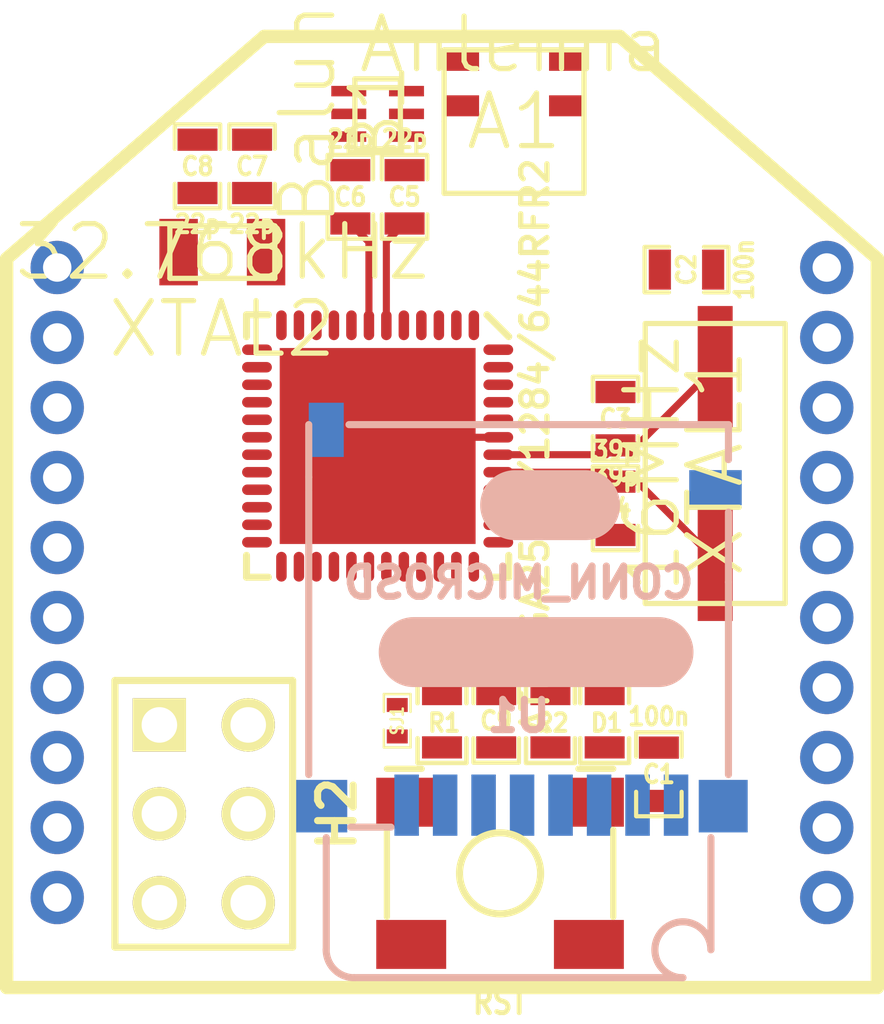
<source format=kicad_pcb>
(kicad_pcb (version 3) (host pcbnew "(2013-mar-13)-testing")

  (general
    (links 78)
    (no_connects 71)
    (area 134.5818 102.555134 161.479701 139.856708)
    (thickness 1.6)
    (drawings 0)
    (tracks 14)
    (zones 0)
    (modules 22)
    (nets 52)
  )

  (page A4)
  (layers
    (15 F.Cu signal)
    (0 B.Cu signal)
    (16 B.Adhes user)
    (17 F.Adhes user)
    (18 B.Paste user)
    (19 F.Paste user)
    (20 B.SilkS user hide)
    (21 F.SilkS user)
    (22 B.Mask user)
    (23 F.Mask user)
    (24 Dwgs.User user)
    (25 Cmts.User user)
    (26 Eco1.User user)
    (27 Eco2.User user)
    (28 Edge.Cuts user)
  )

  (setup
    (last_trace_width 0.2032)
    (trace_clearance 0.2032)
    (zone_clearance 0.508)
    (zone_45_only yes)
    (trace_min 0.2032)
    (segment_width 0.2)
    (edge_width 0.15)
    (via_size 0.889)
    (via_drill 0.635)
    (via_min_size 0.889)
    (via_min_drill 0.508)
    (uvia_size 0.508)
    (uvia_drill 0.127)
    (uvias_allowed no)
    (uvia_min_size 0.508)
    (uvia_min_drill 0.127)
    (pcb_text_width 0.3)
    (pcb_text_size 1.5 1.5)
    (mod_edge_width 0.15)
    (mod_text_size 1.5 1.5)
    (mod_text_width 0.15)
    (pad_size 1.524 1.524)
    (pad_drill 0.8128)
    (pad_to_mask_clearance 0.2)
    (aux_axis_origin 0 0)
    (visible_elements FFFFEF5F)
    (pcbplotparams
      (layerselection 3178497)
      (usegerberextensions true)
      (excludeedgelayer true)
      (linewidth 0.100000)
      (plotframeref false)
      (viasonmask false)
      (mode 1)
      (useauxorigin false)
      (hpglpennumber 1)
      (hpglpenspeed 20)
      (hpglpendiameter 15)
      (hpglpenoverlay 2)
      (psnegative false)
      (psa4output false)
      (plotreference true)
      (plotvalue true)
      (plotothertext true)
      (plotinvisibletext false)
      (padsonsilk false)
      (subtractmaskfromsilk false)
      (outputformat 1)
      (mirror false)
      (drillshape 1)
      (scaleselection 1)
      (outputdirectory ""))
  )

  (net 0 "")
  (net 1 +3.3V)
  (net 2 GND)
  (net 3 MISO)
  (net 4 MOSI)
  (net 5 N-000001)
  (net 6 N-0000012)
  (net 7 N-0000016)
  (net 8 N-0000017)
  (net 9 N-0000018)
  (net 10 N-0000019)
  (net 11 N-0000024)
  (net 12 N-0000025)
  (net 13 N-0000027)
  (net 14 N-0000028)
  (net 15 N-0000032)
  (net 16 N-0000035)
  (net 17 N-0000036)
  (net 18 N-0000037)
  (net 19 N-0000038)
  (net 20 N-0000039)
  (net 21 N-000004)
  (net 22 N-0000040)
  (net 23 N-0000041)
  (net 24 N-0000042)
  (net 25 N-0000043)
  (net 26 N-0000044)
  (net 27 N-0000049)
  (net 28 N-000005)
  (net 29 N-0000050)
  (net 30 N-0000052)
  (net 31 NC)
  (net 32 PB4)
  (net 33 PB5)
  (net 34 PB6)
  (net 35 PE2)
  (net 36 PE3)
  (net 37 PE4)
  (net 38 PE5)
  (net 39 PF0)
  (net 40 PF1)
  (net 41 PF2)
  (net 42 PF3-4)
  (net 43 PF5)
  (net 44 PF6)
  (net 45 PF7)
  (net 46 RX)
  (net 47 Reset)
  (net 48 SCK)
  (net 49 SCL)
  (net 50 SDA)
  (net 51 TX)

  (net_class Default "This is the default net class."
    (clearance 0.2032)
    (trace_width 0.2032)
    (via_dia 0.889)
    (via_drill 0.635)
    (uvia_dia 0.508)
    (uvia_drill 0.127)
    (add_net "")
    (add_net +3.3V)
    (add_net GND)
    (add_net MISO)
    (add_net MOSI)
    (add_net N-000001)
    (add_net N-0000012)
    (add_net N-0000016)
    (add_net N-0000017)
    (add_net N-0000018)
    (add_net N-0000019)
    (add_net N-0000024)
    (add_net N-0000025)
    (add_net N-0000027)
    (add_net N-0000028)
    (add_net N-0000032)
    (add_net N-0000035)
    (add_net N-0000036)
    (add_net N-0000037)
    (add_net N-0000038)
    (add_net N-0000039)
    (add_net N-000004)
    (add_net N-0000040)
    (add_net N-0000041)
    (add_net N-0000042)
    (add_net N-0000043)
    (add_net N-0000044)
    (add_net N-0000049)
    (add_net N-000005)
    (add_net N-0000050)
    (add_net N-0000052)
    (add_net NC)
    (add_net PB4)
    (add_net PB5)
    (add_net PB6)
    (add_net PE2)
    (add_net PE3)
    (add_net PE4)
    (add_net PE5)
    (add_net PF0)
    (add_net PF1)
    (add_net PF2)
    (add_net PF3-4)
    (add_net PF5)
    (add_net PF6)
    (add_net PF7)
    (add_net RX)
    (add_net Reset)
    (add_net SCK)
    (add_net SCL)
    (add_net SDA)
    (add_net TX)
  )

  (module 2450AT18D0100 (layer F.Cu) (tedit 51BF0027) (tstamp 51CA46D6)
    (at 150.7 107.22)
    (path /51BF012F)
    (fp_text reference A1 (at 0 0) (layer F.SilkS)
      (effects (font (size 1.5 1.5) (thickness 0.15)))
    )
    (fp_text value Antenna (at 0 -2.2) (layer F.SilkS)
      (effects (font (size 1.5 1.5) (thickness 0.15)))
    )
    (fp_line (start -2 0) (end -2 -2.05) (layer F.SilkS) (width 0.15))
    (fp_line (start -2 -2.05) (end 2 -2.05) (layer F.SilkS) (width 0.15))
    (fp_line (start 2 -2.05) (end 2 2.05) (layer F.SilkS) (width 0.15))
    (fp_line (start 2 2.05) (end -2 2.05) (layer F.SilkS) (width 0.15))
    (fp_line (start -2 2.05) (end -2 0) (layer F.SilkS) (width 0.15))
    (pad 1 smd rect (at -1.5 -0.45) (size 1 0.6)
      (layers F.Cu F.Paste F.Mask)
      (net 10 N-0000019)
    )
    (pad 2 smd rect (at 1.5 -0.45) (size 1 0.6)
      (layers F.Cu F.Paste F.Mask)
      (net 2 GND)
    )
    (pad 2 smd rect (at 1.5 -1.75) (size 1 0.6)
      (layers F.Cu F.Paste F.Mask)
      (net 2 GND)
    )
    (pad 2 smd rect (at -1.5 -1.75) (size 1 0.6)
      (layers F.Cu F.Paste F.Mask)
      (net 2 GND)
    )
  )

  (module "Wuerth 748421245" (layer F.Cu) (tedit 51BEB766) (tstamp 51CBAD5D)
    (at 146.8 107 90)
    (path /51BB20BE)
    (fp_text reference B1 (at 0 0 90) (layer F.SilkS)
      (effects (font (size 1.5 1.5) (thickness 0.15)))
    )
    (fp_text value Balun (at 0 -2 90) (layer F.SilkS)
      (effects (font (size 1.5 1.5) (thickness 0.15)))
    )
    (fp_line (start -1 -0.65) (end 1 -0.65) (layer F.SilkS) (width 0.15))
    (fp_line (start 1 -0.65) (end 1 0.65) (layer F.SilkS) (width 0.15))
    (fp_line (start 1 0.65) (end -1 0.65) (layer F.SilkS) (width 0.15))
    (fp_line (start -1 0.65) (end -1 -0.65) (layer F.SilkS) (width 0.15))
    (pad 1 smd rect (at 0.65 -0.825 90) (size 0.3 1)
      (layers F.Cu F.Paste F.Mask)
      (net 10 N-0000019)
    )
    (pad 2 smd rect (at 0 -0.825 90) (size 0.3 1)
      (layers F.Cu F.Paste F.Mask)
      (net 2 GND)
    )
    (pad 3 smd rect (at -0.65 -0.825 90) (size 0.3 1)
      (layers F.Cu F.Paste F.Mask)
      (net 8 N-0000017)
    )
    (pad 4 smd rect (at -0.65 0.825 90) (size 0.3 1)
      (layers F.Cu F.Paste F.Mask)
      (net 9 N-0000018)
    )
    (pad 5 smd rect (at 0 0.825 90) (size 0.3 1)
      (layers F.Cu F.Paste F.Mask)
      (net 2 GND)
    )
    (pad 6 smd rect (at 0.65 0.825 90) (size 0.3 1)
      (layers F.Cu F.Paste F.Mask)
      (net 21 N-000004)
    )
  )

  (module SM0603_Capa (layer F.Cu) (tedit 5051B1EC) (tstamp 51CA46F0)
    (at 154.84 125.87 270)
    (path /51BB02F2)
    (attr smd)
    (fp_text reference C1 (at 0 0 360) (layer F.SilkS)
      (effects (font (size 0.508 0.4572) (thickness 0.1143)))
    )
    (fp_text value 100n (at -1.651 0 360) (layer F.SilkS)
      (effects (font (size 0.508 0.4572) (thickness 0.1143)))
    )
    (fp_line (start 0.50038 0.65024) (end 1.19888 0.65024) (layer F.SilkS) (width 0.11938))
    (fp_line (start -0.50038 0.65024) (end -1.19888 0.65024) (layer F.SilkS) (width 0.11938))
    (fp_line (start 0.50038 -0.65024) (end 1.19888 -0.65024) (layer F.SilkS) (width 0.11938))
    (fp_line (start -1.19888 -0.65024) (end -0.50038 -0.65024) (layer F.SilkS) (width 0.11938))
    (fp_line (start 1.19888 -0.635) (end 1.19888 0.635) (layer F.SilkS) (width 0.11938))
    (fp_line (start -1.19888 0.635) (end -1.19888 -0.635) (layer F.SilkS) (width 0.11938))
    (pad 1 smd rect (at -0.762 0 270) (size 0.635 1.143)
      (layers F.Cu F.Paste F.Mask)
      (net 2 GND)
    )
    (pad 2 smd rect (at 0.762 0 270) (size 0.635 1.143)
      (layers F.Cu F.Paste F.Mask)
      (net 26 N-0000044)
    )
    (model smd\capacitors\C0603.wrl
      (at (xyz 0 0 0.001))
      (scale (xyz 0.5 0.5 0.5))
      (rotate (xyz 0 0 0))
    )
  )

  (module SM0603_Capa (layer F.Cu) (tedit 5051B1EC) (tstamp 51CA46FC)
    (at 155.63 111.45 180)
    (path /51BB0317)
    (attr smd)
    (fp_text reference C2 (at 0 0 270) (layer F.SilkS)
      (effects (font (size 0.508 0.4572) (thickness 0.1143)))
    )
    (fp_text value 100n (at -1.651 0 270) (layer F.SilkS)
      (effects (font (size 0.508 0.4572) (thickness 0.1143)))
    )
    (fp_line (start 0.50038 0.65024) (end 1.19888 0.65024) (layer F.SilkS) (width 0.11938))
    (fp_line (start -0.50038 0.65024) (end -1.19888 0.65024) (layer F.SilkS) (width 0.11938))
    (fp_line (start 0.50038 -0.65024) (end 1.19888 -0.65024) (layer F.SilkS) (width 0.11938))
    (fp_line (start -1.19888 -0.65024) (end -0.50038 -0.65024) (layer F.SilkS) (width 0.11938))
    (fp_line (start 1.19888 -0.635) (end 1.19888 0.635) (layer F.SilkS) (width 0.11938))
    (fp_line (start -1.19888 0.635) (end -1.19888 -0.635) (layer F.SilkS) (width 0.11938))
    (pad 1 smd rect (at -0.762 0 180) (size 0.635 1.143)
      (layers F.Cu F.Paste F.Mask)
      (net 2 GND)
    )
    (pad 2 smd rect (at 0.762 0 180) (size 0.635 1.143)
      (layers F.Cu F.Paste F.Mask)
      (net 24 N-0000042)
    )
    (model smd\capacitors\C0603.wrl
      (at (xyz 0 0 0.001))
      (scale (xyz 0.5 0.5 0.5))
      (rotate (xyz 0 0 0))
    )
  )

  (module SM0603_Capa (layer F.Cu) (tedit 5051B1EC) (tstamp 51CA4946)
    (at 150.19 124.34 270)
    (path /51C2F773)
    (attr smd)
    (fp_text reference C9 (at 0 0 360) (layer F.SilkS)
      (effects (font (size 0.508 0.4572) (thickness 0.1143)))
    )
    (fp_text value 100n (at -1.651 0 360) (layer F.SilkS)
      (effects (font (size 0.508 0.4572) (thickness 0.1143)))
    )
    (fp_line (start 0.50038 0.65024) (end 1.19888 0.65024) (layer F.SilkS) (width 0.11938))
    (fp_line (start -0.50038 0.65024) (end -1.19888 0.65024) (layer F.SilkS) (width 0.11938))
    (fp_line (start 0.50038 -0.65024) (end 1.19888 -0.65024) (layer F.SilkS) (width 0.11938))
    (fp_line (start -1.19888 -0.65024) (end -0.50038 -0.65024) (layer F.SilkS) (width 0.11938))
    (fp_line (start 1.19888 -0.635) (end 1.19888 0.635) (layer F.SilkS) (width 0.11938))
    (fp_line (start -1.19888 0.635) (end -1.19888 -0.635) (layer F.SilkS) (width 0.11938))
    (pad 1 smd rect (at -0.762 0 270) (size 0.635 1.143)
      (layers F.Cu F.Paste F.Mask)
      (net 1 +3.3V)
    )
    (pad 2 smd rect (at 0.762 0 270) (size 0.635 1.143)
      (layers F.Cu F.Paste F.Mask)
      (net 2 GND)
    )
    (model smd\capacitors\C0603.wrl
      (at (xyz 0 0 0.001))
      (scale (xyz 0.5 0.5 0.5))
      (rotate (xyz 0 0 0))
    )
  )

  (module SM0603_Resistor (layer F.Cu) (tedit 5051B21B) (tstamp 51CA4762)
    (at 153.29 124.34 270)
    (path /51BB1536)
    (attr smd)
    (fp_text reference D1 (at 0.0635 -0.0635 360) (layer F.SilkS)
      (effects (font (size 0.50038 0.4572) (thickness 0.1143)))
    )
    (fp_text value LED (at -1.69926 0 360) (layer F.SilkS)
      (effects (font (size 0.508 0.4572) (thickness 0.1143)))
    )
    (fp_line (start -0.50038 -0.6985) (end -1.2065 -0.6985) (layer F.SilkS) (width 0.127))
    (fp_line (start -1.2065 -0.6985) (end -1.2065 0.6985) (layer F.SilkS) (width 0.127))
    (fp_line (start -1.2065 0.6985) (end -0.50038 0.6985) (layer F.SilkS) (width 0.127))
    (fp_line (start 1.2065 -0.6985) (end 0.50038 -0.6985) (layer F.SilkS) (width 0.127))
    (fp_line (start 1.2065 -0.6985) (end 1.2065 0.6985) (layer F.SilkS) (width 0.127))
    (fp_line (start 1.2065 0.6985) (end 0.50038 0.6985) (layer F.SilkS) (width 0.127))
    (pad 1 smd rect (at -0.762 0 270) (size 0.635 1.143)
      (layers F.Cu F.Paste F.Mask)
      (net 11 N-0000024)
    )
    (pad 2 smd rect (at 0.762 0 270) (size 0.635 1.143)
      (layers F.Cu F.Paste F.Mask)
      (net 2 GND)
    )
    (model smd\resistors\R0603.wrl
      (at (xyz 0 0 0.001))
      (scale (xyz 0.5 0.5 0.5))
      (rotate (xyz 0 0 0))
    )
  )

  (module pin_array_3x2 (layer F.Cu) (tedit 42931587) (tstamp 51CA4770)
    (at 141.83 127 270)
    (descr "Double rangee de contacts 2 x 4 pins")
    (tags CONN)
    (path /51BE9A19)
    (fp_text reference H2 (at 0 -3.81 270) (layer F.SilkS)
      (effects (font (size 1.016 1.016) (thickness 0.2032)))
    )
    (fp_text value ICSP (at 0 3.81 270) (layer F.SilkS) hide
      (effects (font (size 1.016 1.016) (thickness 0.2032)))
    )
    (fp_line (start 3.81 2.54) (end -3.81 2.54) (layer F.SilkS) (width 0.2032))
    (fp_line (start -3.81 -2.54) (end 3.81 -2.54) (layer F.SilkS) (width 0.2032))
    (fp_line (start 3.81 -2.54) (end 3.81 2.54) (layer F.SilkS) (width 0.2032))
    (fp_line (start -3.81 2.54) (end -3.81 -2.54) (layer F.SilkS) (width 0.2032))
    (pad 1 thru_hole rect (at -2.54 1.27 270) (size 1.524 1.524) (drill 1.016)
      (layers *.Cu *.Mask F.SilkS)
      (net 3 MISO)
    )
    (pad 2 thru_hole circle (at -2.54 -1.27 270) (size 1.524 1.524) (drill 1.016)
      (layers *.Cu *.Mask F.SilkS)
      (net 1 +3.3V)
    )
    (pad 3 thru_hole circle (at 0 1.27 270) (size 1.524 1.524) (drill 1.016)
      (layers *.Cu *.Mask F.SilkS)
      (net 48 SCK)
    )
    (pad 4 thru_hole circle (at 0 -1.27 270) (size 1.524 1.524) (drill 1.016)
      (layers *.Cu *.Mask F.SilkS)
      (net 4 MOSI)
    )
    (pad 5 thru_hole circle (at 2.54 1.27 270) (size 1.524 1.524) (drill 1.016)
      (layers *.Cu *.Mask F.SilkS)
      (net 47 Reset)
    )
    (pad 6 thru_hole circle (at 2.54 -1.27 270) (size 1.524 1.524) (drill 1.016)
      (layers *.Cu *.Mask F.SilkS)
      (net 2 GND)
    )
    (model pin_array/pins_array_3x2.wrl
      (at (xyz 0 0 0))
      (scale (xyz 1 1 1))
      (rotate (xyz 0 0 0))
    )
  )

  (module QFN50P700X700-49N-MeshThingWPad (layer F.Cu) (tedit 51C150E8) (tstamp 51CBAF4E)
    (at 146.8 116.49 270)
    (path /51BB00C4)
    (attr smd)
    (fp_text reference IC1 (at 0 4.7498 270) (layer F.SilkS) hide
      (effects (font (size 0.7493 0.7493) (thickness 0.14986)))
    )
    (fp_text value ATMEGA2564/1284/644RFR2 (at 0 -4.50088 270) (layer F.SilkS)
      (effects (font (size 0.7493 0.7493) (thickness 0.14986)))
    )
    (fp_line (start -3.1242 3.74904) (end -3.74904 3.74904) (layer F.SilkS) (width 0.20066))
    (fp_line (start -3.74904 3.74904) (end -3.74904 3.1242) (layer F.SilkS) (width 0.20066))
    (fp_line (start 3.74904 3.1242) (end 3.74904 3.74904) (layer F.SilkS) (width 0.20066))
    (fp_line (start 3.74904 3.74904) (end 3.1242 3.74904) (layer F.SilkS) (width 0.20066))
    (fp_line (start 3.1242 -3.74904) (end 3.74904 -3.74904) (layer F.SilkS) (width 0.20066))
    (fp_line (start 3.74904 -3.74904) (end 3.74904 -3.1242) (layer F.SilkS) (width 0.20066))
    (fp_line (start -3.74904 -3.1242) (end -3.1242 -3.74904) (layer F.SilkS) (width 0.20066))
    (pad 1 smd oval (at -3.44932 -2.75082 270) (size 0.8509 0.29972)
      (layers F.Cu F.Paste F.Mask)
      (net 42 PF3-4)
    )
    (pad 2 smd oval (at -3.44932 -2.25044 270) (size 0.8509 0.29972)
      (layers F.Cu F.Paste F.Mask)
      (net 43 PF5)
    )
    (pad 3 smd oval (at -3.44932 -1.75006 270) (size 0.8509 0.29972)
      (layers F.Cu F.Paste F.Mask)
      (net 44 PF6)
    )
    (pad 4 smd oval (at -3.44932 -1.24968 270) (size 0.8509 0.29972)
      (layers F.Cu F.Paste F.Mask)
      (net 45 PF7)
    )
    (pad 5 smd oval (at -3.44932 -0.7493 270) (size 0.8509 0.29972)
      (layers F.Cu F.Paste F.Mask)
      (net 2 GND)
    )
    (pad 6 smd oval (at -3.44932 -0.24892 270) (size 0.8509 0.29972)
      (layers F.Cu F.Paste F.Mask)
      (net 29 N-0000050)
    )
    (pad 7 smd oval (at -3.44932 0.24892 270) (size 0.8509 0.29972)
      (layers F.Cu F.Paste F.Mask)
      (net 27 N-0000049)
    )
    (pad 8 smd oval (at -3.44932 0.7493 270) (size 0.8509 0.29972)
      (layers F.Cu F.Paste F.Mask)
      (net 2 GND)
    )
    (pad 9 smd oval (at -3.44932 1.24968 270) (size 0.8509 0.29972)
      (layers F.Cu F.Paste F.Mask)
      (net 2 GND)
    )
    (pad 10 smd oval (at -3.44932 1.75006 270) (size 0.8509 0.29972)
      (layers F.Cu F.Paste F.Mask)
      (net 47 Reset)
    )
    (pad 11 smd oval (at -3.44932 2.25044 270) (size 0.8509 0.29972)
      (layers F.Cu F.Paste F.Mask)
      (net 15 N-0000032)
    )
    (pad 12 smd oval (at -3.44932 2.75082 270) (size 0.8509 0.29972)
      (layers F.Cu F.Paste F.Mask)
      (net 7 N-0000016)
    )
    (pad 25 smd oval (at 3.44932 2.75082 270) (size 0.8509 0.29972)
      (layers F.Cu F.Paste F.Mask)
      (net 2 GND)
    )
    (pad 26 smd oval (at 3.44932 2.25044 270) (size 0.8509 0.29972)
      (layers F.Cu F.Paste F.Mask)
      (net 14 N-0000028)
    )
    (pad 27 smd oval (at 3.44932 1.75006 270) (size 0.8509 0.29972)
      (layers F.Cu F.Paste F.Mask)
      (net 48 SCK)
    )
    (pad 28 smd oval (at 3.44932 1.24968 270) (size 0.8509 0.29972)
      (layers F.Cu F.Paste F.Mask)
      (net 4 MOSI)
    )
    (pad 29 smd oval (at 3.44932 0.7493 270) (size 0.8509 0.29972)
      (layers F.Cu F.Paste F.Mask)
      (net 3 MISO)
    )
    (pad 30 smd oval (at 3.44932 0.24892 270) (size 0.8509 0.29972)
      (layers F.Cu F.Paste F.Mask)
      (net 32 PB4)
    )
    (pad 31 smd oval (at 3.44932 -0.24892 270) (size 0.8509 0.29972)
      (layers F.Cu F.Paste F.Mask)
      (net 33 PB5)
    )
    (pad 32 smd oval (at 3.44932 -0.7493 270) (size 0.8509 0.29972)
      (layers F.Cu F.Paste F.Mask)
      (net 34 PB6)
    )
    (pad 33 smd oval (at 3.44932 -1.24968 270) (size 0.8509 0.29972)
      (layers F.Cu F.Paste F.Mask)
      (net 13 N-0000027)
    )
    (pad 34 smd oval (at 3.44932 -1.75006 270) (size 0.8509 0.29972)
      (layers F.Cu F.Paste F.Mask)
      (net 22 N-0000040)
    )
    (pad 35 smd oval (at 3.44932 -2.25044 270) (size 0.8509 0.29972)
      (layers F.Cu F.Paste F.Mask)
      (net 20 N-0000039)
    )
    (pad 36 smd oval (at 3.44932 -2.75082 270) (size 0.8509 0.29972)
      (layers F.Cu F.Paste F.Mask)
      (net 35 PE2)
    )
    (pad 13 smd oval (at -2.75082 3.44932 270) (size 0.29972 0.8509)
      (layers F.Cu F.Paste F.Mask)
      (net 6 N-0000012)
    )
    (pad 14 smd oval (at -2.25044 3.44932 270) (size 0.29972 0.8509)
      (layers F.Cu F.Paste F.Mask)
      (net 2 GND)
    )
    (pad 15 smd oval (at -1.75006 3.44932 270) (size 0.29972 0.8509)
      (layers F.Cu F.Paste F.Mask)
      (net 26 N-0000044)
    )
    (pad 16 smd oval (at -1.24968 3.44932 270) (size 0.29972 0.8509)
      (layers F.Cu F.Paste F.Mask)
      (net 1 +3.3V)
    )
    (pad 17 smd oval (at -0.7493 3.44932 270) (size 0.29972 0.8509)
      (layers F.Cu F.Paste F.Mask)
      (net 49 SCL)
    )
    (pad 18 smd oval (at -0.24892 3.44932 270) (size 0.29972 0.8509)
      (layers F.Cu F.Paste F.Mask)
      (net 50 SDA)
    )
    (pad 19 smd oval (at 0.24892 3.44932 270) (size 0.29972 0.8509)
      (layers F.Cu F.Paste F.Mask)
      (net 46 RX)
    )
    (pad 20 smd oval (at 0.7493 3.44932 270) (size 0.29972 0.8509)
      (layers F.Cu F.Paste F.Mask)
      (net 51 TX)
    )
    (pad 21 smd oval (at 1.24968 3.44932 270) (size 0.29972 0.8509)
      (layers F.Cu F.Paste F.Mask)
      (net 18 N-0000037)
    )
    (pad 22 smd oval (at 1.75006 3.44932 270) (size 0.29972 0.8509)
      (layers F.Cu F.Paste F.Mask)
      (net 17 N-0000036)
    )
    (pad 23 smd oval (at 2.25044 3.44932 270) (size 0.29972 0.8509)
      (layers F.Cu F.Paste F.Mask)
      (net 16 N-0000035)
    )
    (pad 24 smd oval (at 2.75082 3.44932 270) (size 0.29972 0.8509)
      (layers F.Cu F.Paste F.Mask)
      (net 23 N-0000041)
    )
    (pad 37 smd oval (at 2.75082 -3.44932 270) (size 0.29972 0.8509)
      (layers F.Cu F.Paste F.Mask)
      (net 36 PE3)
    )
    (pad 38 smd oval (at 2.25044 -3.44932 270) (size 0.29972 0.8509)
      (layers F.Cu F.Paste F.Mask)
      (net 37 PE4)
    )
    (pad 39 smd oval (at 1.75006 -3.44932 270) (size 0.29972 0.8509)
      (layers F.Cu F.Paste F.Mask)
      (net 38 PE5)
    )
    (pad 40 smd oval (at 1.24968 -3.44932 270) (size 0.29972 0.8509)
      (layers F.Cu F.Paste F.Mask)
      (net 19 N-0000038)
    )
    (pad 41 smd oval (at 0.7493 -3.44932 270) (size 0.29972 0.8509)
      (layers F.Cu F.Paste F.Mask)
      (net 30 N-0000052)
    )
    (pad 42 smd oval (at 0.24892 -3.44932 270) (size 0.29972 0.8509)
      (layers F.Cu F.Paste F.Mask)
      (net 25 N-0000043)
    )
    (pad 43 smd oval (at -0.24892 -3.44932 270) (size 0.29972 0.8509)
      (layers F.Cu F.Paste F.Mask)
      (net 2 GND)
    )
    (pad 44 smd oval (at -0.7493 -3.44932 270) (size 0.29972 0.8509)
      (layers F.Cu F.Paste F.Mask)
      (net 1 +3.3V)
    )
    (pad 45 smd oval (at -1.24968 -3.44932 270) (size 0.29972 0.8509)
      (layers F.Cu F.Paste F.Mask)
      (net 24 N-0000042)
    )
    (pad 46 smd oval (at -1.75006 -3.44932 270) (size 0.29972 0.8509)
      (layers F.Cu F.Paste F.Mask)
      (net 39 PF0)
    )
    (pad 47 smd oval (at -2.25044 -3.44932 270) (size 0.29972 0.8509)
      (layers F.Cu F.Paste F.Mask)
      (net 40 PF1)
    )
    (pad 48 smd oval (at -2.75082 -3.44932 270) (size 0.29972 0.8509)
      (layers F.Cu F.Paste F.Mask)
      (net 41 PF2)
    )
    (pad 49 smd rect (at 0 0 270) (size 5.6 5.6)
      (layers F.Cu F.Paste F.Mask)
      (net 2 GND)
    )
    (model QFN50P700X700-49N.wrl
      (at (xyz 0 0 0))
      (scale (xyz 1 1 1))
      (rotate (xyz 0 0 0))
    )
  )

  (module SM0603_Resistor (layer F.Cu) (tedit 5051B21B) (tstamp 51CA47B8)
    (at 148.64 124.34 270)
    (path /51BB1C5E)
    (attr smd)
    (fp_text reference R1 (at 0.0635 -0.0635 360) (layer F.SilkS)
      (effects (font (size 0.50038 0.4572) (thickness 0.1143)))
    )
    (fp_text value 10k (at -1.69926 0 360) (layer F.SilkS)
      (effects (font (size 0.508 0.4572) (thickness 0.1143)))
    )
    (fp_line (start -0.50038 -0.6985) (end -1.2065 -0.6985) (layer F.SilkS) (width 0.127))
    (fp_line (start -1.2065 -0.6985) (end -1.2065 0.6985) (layer F.SilkS) (width 0.127))
    (fp_line (start -1.2065 0.6985) (end -0.50038 0.6985) (layer F.SilkS) (width 0.127))
    (fp_line (start 1.2065 -0.6985) (end 0.50038 -0.6985) (layer F.SilkS) (width 0.127))
    (fp_line (start 1.2065 -0.6985) (end 1.2065 0.6985) (layer F.SilkS) (width 0.127))
    (fp_line (start 1.2065 0.6985) (end 0.50038 0.6985) (layer F.SilkS) (width 0.127))
    (pad 1 smd rect (at -0.762 0 270) (size 0.635 1.143)
      (layers F.Cu F.Paste F.Mask)
      (net 1 +3.3V)
    )
    (pad 2 smd rect (at 0.762 0 270) (size 0.635 1.143)
      (layers F.Cu F.Paste F.Mask)
      (net 47 Reset)
    )
    (model smd\resistors\R0603.wrl
      (at (xyz 0 0 0.001))
      (scale (xyz 0.5 0.5 0.5))
      (rotate (xyz 0 0 0))
    )
  )

  (module SM0603_Resistor (layer F.Cu) (tedit 5051B21B) (tstamp 51CA47C4)
    (at 151.74 124.34 270)
    (path /51BB1522)
    (attr smd)
    (fp_text reference R2 (at 0.0635 -0.0635 360) (layer F.SilkS)
      (effects (font (size 0.50038 0.4572) (thickness 0.1143)))
    )
    (fp_text value 10k (at -1.69926 0 360) (layer F.SilkS)
      (effects (font (size 0.508 0.4572) (thickness 0.1143)))
    )
    (fp_line (start -0.50038 -0.6985) (end -1.2065 -0.6985) (layer F.SilkS) (width 0.127))
    (fp_line (start -1.2065 -0.6985) (end -1.2065 0.6985) (layer F.SilkS) (width 0.127))
    (fp_line (start -1.2065 0.6985) (end -0.50038 0.6985) (layer F.SilkS) (width 0.127))
    (fp_line (start 1.2065 -0.6985) (end 0.50038 -0.6985) (layer F.SilkS) (width 0.127))
    (fp_line (start 1.2065 -0.6985) (end 1.2065 0.6985) (layer F.SilkS) (width 0.127))
    (fp_line (start 1.2065 0.6985) (end 0.50038 0.6985) (layer F.SilkS) (width 0.127))
    (pad 1 smd rect (at -0.762 0 270) (size 0.635 1.143)
      (layers F.Cu F.Paste F.Mask)
      (net 12 N-0000025)
    )
    (pad 2 smd rect (at 0.762 0 270) (size 0.635 1.143)
      (layers F.Cu F.Paste F.Mask)
      (net 11 N-0000024)
    )
    (model smd\resistors\R0603.wrl
      (at (xyz 0 0 0.001))
      (scale (xyz 0.5 0.5 0.5))
      (rotate (xyz 0 0 0))
    )
  )

  (module SM0402 (layer F.Cu) (tedit 50A4E0BA) (tstamp 51CA47D0)
    (at 147.36 124.34 270)
    (path /51C12882)
    (attr smd)
    (fp_text reference SJ1 (at 0 0 270) (layer F.SilkS)
      (effects (font (size 0.35052 0.3048) (thickness 0.07112)))
    )
    (fp_text value SMTJPR (at 0.09906 0 270) (layer F.SilkS) hide
      (effects (font (size 0.35052 0.3048) (thickness 0.07112)))
    )
    (fp_line (start -0.254 -0.381) (end -0.762 -0.381) (layer F.SilkS) (width 0.07112))
    (fp_line (start -0.762 -0.381) (end -0.762 0.381) (layer F.SilkS) (width 0.07112))
    (fp_line (start -0.762 0.381) (end -0.254 0.381) (layer F.SilkS) (width 0.07112))
    (fp_line (start 0.254 -0.381) (end 0.762 -0.381) (layer F.SilkS) (width 0.07112))
    (fp_line (start 0.762 -0.381) (end 0.762 0.381) (layer F.SilkS) (width 0.07112))
    (fp_line (start 0.762 0.381) (end 0.254 0.381) (layer F.SilkS) (width 0.07112))
    (pad 1 smd rect (at -0.44958 0 270) (size 0.39878 0.59944)
      (layers F.Cu F.Paste F.Mask)
      (net 1 +3.3V)
    )
    (pad 2 smd rect (at 0.44958 0 270) (size 0.39878 0.59944)
      (layers F.Cu F.Paste F.Mask)
      (net 12 N-0000025)
    )
    (model smd\chip_cms.wrl
      (at (xyz 0 0 0.002))
      (scale (xyz 0.05 0.05 0.05))
      (rotate (xyz 0 0 0))
    )
  )

  (module Switch_SMT_EVQ (layer F.Cu) (tedit 49EA2D1E) (tstamp 51CA47DF)
    (at 150.3 128.7 180)
    (descr "EVQ-Q2F03W Compatible")
    (tags "Switch SMT")
    (path /51BB1BEA)
    (attr smd)
    (fp_text reference SW1 (at 0 0 180) (layer F.SilkS) hide
      (effects (font (size 0.7112 0.4572) (thickness 0.1016)))
    )
    (fp_text value RST (at 0 -3.683 180) (layer F.SilkS)
      (effects (font (size 0.6604 0.5588) (thickness 0.1397)))
    )
    (fp_line (start -2.24028 2.98704) (end -3.23596 2.98704) (layer F.SilkS) (width 0.1778))
    (fp_line (start 3.23596 2.98704) (end 2.24028 2.98704) (layer F.SilkS) (width 0.1778))
    (fp_line (start -3.23596 -2.98704) (end -2.24028 -2.98704) (layer F.SilkS) (width 0.1778))
    (fp_line (start 3.23596 -2.98704) (end 2.24028 -2.98704) (layer F.SilkS) (width 0.1778))
    (fp_line (start -3.23596 -1.2446) (end -3.23596 1.2446) (layer F.SilkS) (width 0.1778))
    (fp_line (start 3.23596 1.2446) (end 3.23596 -1.2446) (layer F.SilkS) (width 0.1778))
    (fp_circle (center 0 0) (end 1.143 0.1905) (layer F.SilkS) (width 0.2032))
    (pad 1 smd rect (at 2.54 -2.032 180) (size 1.99898 1.39954)
      (layers F.Cu F.Paste F.Mask)
      (net 2 GND)
    )
    (pad 2 smd rect (at 2.54 2.032 180) (size 1.99898 1.39954)
      (layers F.Cu F.Paste F.Mask)
      (net 47 Reset)
    )
    (pad 1 smd rect (at -2.54 -2.032 180) (size 1.99898 1.39954)
      (layers F.Cu F.Paste F.Mask)
      (net 2 GND)
    )
    (pad 2 smd rect (at -2.54 2.032 180) (size 1.99898 1.39954)
      (layers F.Cu F.Paste F.Mask)
      (net 47 Reset)
    )
  )

  (module Memory_Card_microSD_DM3D-SF-NCPads (layer B.Cu) (tedit 51C00DD1) (tstamp 51CA47FE)
    (at 150.83 127.38 180)
    (tags "Hirose DM3D-SF CONN microSD R/A Push-Pull SMD")
    (path /51BAA75F)
    (attr smd)
    (fp_text reference U1 (at 0 3.175 180) (layer B.SilkS)
      (effects (font (size 0.8636 0.8636) (thickness 0.2032)) (justify mirror))
    )
    (fp_text value CONN_MICROSD (at 0 6.985 180) (layer B.SilkS)
      (effects (font (size 0.8636 0.8636) (thickness 0.2032)) (justify mirror))
    )
    (fp_line (start -5.99948 11.50112) (end 4.84886 11.50112) (layer B.SilkS) (width 0.2032))
    (fp_arc (start -4.69646 -3.5052) (end -5.49656 -3.5052) (angle -270) (layer B.SilkS) (width 0.2032))
    (fp_line (start -5.99948 7.00024) (end -5.99948 8.99922) (layer B.SilkS) (width 0.2032))
    (fp_line (start 5.99948 9.6012) (end 5.99948 1.50114) (layer B.SilkS) (width 0.2032))
    (fp_line (start 5.4991 -3.50012) (end 5.4991 -0.29972) (layer B.SilkS) (width 0.2032))
    (fp_line (start -4.699 -4.30022) (end 4.699 -4.30022) (layer B.SilkS) (width 0.2032))
    (fp_line (start -5.4991 -3.50012) (end -5.4991 -0.29972) (layer B.SilkS) (width 0.2032))
    (fp_arc (start 4.70154 -3.50266) (end 5.50164 -3.50266) (angle -90) (layer B.SilkS) (width 0.2032))
    (fp_line (start 4.8006 0) (end 3.64998 0) (layer B.SilkS) (width 0.2032))
    (fp_line (start 5.99948 9.99998) (end 5.99948 9.64946) (layer B.SilkS) (width 0.2032))
    (fp_line (start 5.99948 9.99998) (end 5.99948 11.50112) (layer B.SilkS) (width 0.2032))
    (fp_line (start -5.99948 10.50036) (end -5.99948 11.50112) (layer B.SilkS) (width 0.2032))
    (fp_line (start -5.99948 1.50114) (end -5.99948 7.00024) (layer B.SilkS) (width 0.2032))
    (fp_line (start -1.89992 9.19988) (end 0.09906 9.19988) (layer B.SilkS) (width 1.99898))
    (fp_line (start 2.99974 5.00126) (end -4.0005 5.00126) (layer B.SilkS) (width 1.99898))
    (pad 1 smd rect (at 3.2004 0.62738 180) (size 0.70104 1.75006)
      (layers B.Cu B.Paste B.Mask)
      (net 28 N-000005)
    )
    (pad 2 smd rect (at 2.10058 0.62738 180) (size 0.70104 1.75006)
      (layers B.Cu B.Paste B.Mask)
      (net 35 PE2)
    )
    (pad 3 smd rect (at 1.00076 0.62738 180) (size 0.70104 1.75006)
      (layers B.Cu B.Paste B.Mask)
      (net 4 MOSI)
    )
    (pad 4 smd rect (at -0.09906 0.62738 180) (size 0.70104 1.75006)
      (layers B.Cu B.Paste B.Mask)
      (net 1 +3.3V)
    )
    (pad 5 smd rect (at -1.19888 0.62738 180) (size 0.70104 1.75006)
      (layers B.Cu B.Paste B.Mask)
      (net 48 SCK)
    )
    (pad 6 smd rect (at -2.30124 0.62738 180) (size 0.70104 1.75006)
      (layers B.Cu B.Paste B.Mask)
      (net 2 GND)
    )
    (pad 7 smd rect (at -3.40106 0.62738 180) (size 0.70104 1.75006)
      (layers B.Cu B.Paste B.Mask)
      (net 3 MISO)
    )
    (pad 8 smd rect (at -4.50088 0.62738 180) (size 0.70104 1.75006)
      (layers B.Cu B.Paste B.Mask)
      (net 5 N-000001)
    )
    (pad 10 smd rect (at 5.64896 0.59944 180) (size 1.50114 1.50114)
      (layers B.Cu B.Paste B.Mask)
    )
    (pad 9 smd rect (at -5.84962 0.59944 180) (size 1.39954 1.50114)
      (layers B.Cu B.Paste B.Mask)
      (net 2 GND)
    )
    (pad 9 smd rect (at -5.62864 9.70026 180) (size 1.50114 1.00076)
      (layers B.Cu B.Paste B.Mask)
      (net 2 GND)
    )
    (pad 10 smd rect (at 5.4991 11.35126 180) (size 1.00076 1.5494)
      (layers B.Cu B.Paste B.Mask)
    )
  )

  (module CSM-3X (layer F.Cu) (tedit 51BEAA3B) (tstamp 51CBAFDF)
    (at 156.45 116.99 90)
    (path /51BB0547)
    (fp_text reference XTAL1 (at 0 0 90) (layer F.SilkS)
      (effects (font (size 1.5 1.5) (thickness 0.15)))
    )
    (fp_text value 16MHz (at 0 -1.8 90) (layer F.SilkS)
      (effects (font (size 1.5 1.5) (thickness 0.15)))
    )
    (fp_line (start -4 -2) (end 4 -2) (layer F.SilkS) (width 0.15))
    (fp_line (start 4 -2) (end 4 2) (layer F.SilkS) (width 0.15))
    (fp_line (start 4 2) (end -4 2) (layer F.SilkS) (width 0.15))
    (fp_line (start -4 2) (end -4 -2) (layer F.SilkS) (width 0.15))
    (pad 1 smd rect (at -2.75 0 90) (size 3.5 1)
      (layers F.Cu F.Paste F.Mask)
      (net 30 N-0000052)
    )
    (pad 2 smd rect (at 2.75 0 90) (size 3.5 1)
      (layers F.Cu F.Paste F.Mask)
      (net 25 N-0000043)
    )
  )

  (module CM315-Crystal (layer F.Cu) (tedit 51C39C04) (tstamp 51CA4833)
    (at 142.36 110.95 180)
    (path /51BE8BFD)
    (fp_text reference XTAL2 (at 0 -2.2 180) (layer F.SilkS)
      (effects (font (size 1.5 1.5) (thickness 0.15)))
    )
    (fp_text value 32.768kHz (at 0 0 180) (layer F.SilkS)
      (effects (font (size 1.5 1.5) (thickness 0.15)))
    )
    (fp_line (start 1.5 0.75) (end 1.5 -0.75) (layer F.SilkS) (width 0.15))
    (fp_line (start 1.5 -0.75) (end -1.5 -0.75) (layer F.SilkS) (width 0.15))
    (fp_line (start -1.5 -0.75) (end -1.5 0.75) (layer F.SilkS) (width 0.15))
    (fp_line (start -1.5 0.75) (end 1.5 0.75) (layer F.SilkS) (width 0.15))
    (pad 1 smd rect (at 1.25 0 180) (size 1.1 1.9)
      (layers F.Cu F.Paste F.Mask)
      (net 6 N-0000012)
    )
    (pad 2 smd rect (at -1.25 0 180) (size 1.1 1.9)
      (layers F.Cu F.Paste F.Mask)
      (net 7 N-0000016)
    )
  )

  (module _MT_XBee_Board_STD_THPads (layer F.Cu) (tedit 51CA49A9) (tstamp 51CBA7E2)
    (at 148.64 111.39)
    (path /51BAD430)
    (fp_text reference U2 (at -6.35 7.62 90) (layer F.SilkS) hide
      (effects (font (thickness 0.3048)))
    )
    (fp_text value XBEE (at 4.445 11.43) (layer F.SilkS) hide
      (effects (font (thickness 0.3048)))
    )
    (fp_line (start -12.446 19.558) (end -12.446 20.574) (layer F.SilkS) (width 0.381))
    (fp_line (start 12.446 19.558) (end 12.446 20.574) (layer F.SilkS) (width 0.381))
    (fp_line (start -12.446 19.558) (end -12.446 -0.254) (layer F.SilkS) (width 0.381))
    (fp_line (start 12.446 0) (end 12.446 -0.254) (layer F.SilkS) (width 0.381))
    (fp_line (start 12.446 19.558) (end 12.446 0) (layer F.SilkS) (width 0.381))
    (fp_line (start -12.446 20.574) (end 12.446 20.574) (layer F.SilkS) (width 0.381))
    (fp_line (start 12.446 -0.254) (end 5.08 -6.604) (layer F.SilkS) (width 0.381))
    (fp_line (start -12.446 -0.254) (end -5.08 -6.604) (layer F.SilkS) (width 0.381))
    (fp_line (start -5.08 -6.604) (end 5.08 -6.604) (layer F.SilkS) (width 0.381))
    (pad 20 thru_hole circle (at 11.00074 0) (size 1.524 1.524) (drill 0.8128)
      (layers *.Cu)
      (net 39 PF0)
    )
    (pad 16 thru_hole circle (at 11.00074 8.001) (size 1.524 1.524) (drill 0.8128)
      (layers *.Cu)
      (net 44 PF6)
    )
    (pad 14 thru_hole circle (at 11.00074 11.99896) (size 1.524 1.524) (drill 0.8128)
      (layers *.Cu)
      (net 38 PE5)
    )
    (pad 15 thru_hole circle (at 11.00074 9.99998) (size 1.524 1.524) (drill 0.8128)
      (layers *.Cu)
      (net 43 PF5)
    )
    (pad 18 thru_hole circle (at 11.00074 4.0005) (size 1.524 1.524) (drill 0.8128)
      (layers *.Cu)
      (net 41 PF2)
    )
    (pad 17 thru_hole circle (at 11.00074 5.99948) (size 1.524 1.524) (drill 0.8128)
      (layers *.Cu)
      (net 42 PF3-4)
    )
    (pad 19 thru_hole circle (at 11.00074 1.99898) (size 1.524 1.524) (drill 0.8128)
      (layers *.Cu)
      (net 40 PF1)
    )
    (pad 12 thru_hole circle (at 11.00074 15.99946) (size 1.524 1.524) (drill 0.8128)
      (layers *.Cu)
      (net 45 PF7)
    )
    (pad 11 thru_hole circle (at 11.00074 18.00098) (size 1.524 1.524) (drill 0.8128)
      (layers *.Cu)
      (net 37 PE4)
    )
    (pad 13 thru_hole circle (at 11.00074 14.00048) (size 1.524 1.524) (drill 0.8128)
      (layers *.Cu)
      (net 49 SCL)
    )
    (pad 8 thru_hole circle (at -11.00074 14.00048) (size 1.524 1.524) (drill 0.8128)
      (layers *.Cu)
      (net 31 NC)
    )
    (pad 10 thru_hole circle (at -11.00074 18.00098) (size 1.524 1.524) (drill 0.8128)
      (layers *.Cu)
      (net 2 GND)
    )
    (pad 9 thru_hole circle (at -11.00074 15.99946) (size 1.524 1.524) (drill 0.8128)
      (layers *.Cu)
      (net 50 SDA)
    )
    (pad 2 thru_hole circle (at -11.00074 1.99898) (size 1.524 1.524) (drill 0.8128)
      (layers *.Cu)
      (net 51 TX)
    )
    (pad 4 thru_hole circle (at -11.00074 5.99948) (size 1.524 1.524) (drill 0.8128)
      (layers *.Cu)
      (net 34 PB6)
    )
    (pad 3 thru_hole circle (at -11.00074 4.0005) (size 1.524 1.524) (drill 0.8128)
      (layers *.Cu)
      (net 46 RX)
    )
    (pad 6 thru_hole circle (at -11.00074 9.99998) (size 1.524 1.524) (drill 0.8128)
      (layers *.Cu)
      (net 33 PB5)
    )
    (pad 7 thru_hole circle (at -11.00074 11.99896) (size 1.524 1.524) (drill 0.8128)
      (layers *.Cu)
      (net 32 PB4)
    )
    (pad 5 thru_hole circle (at -11.00074 8.001) (size 1.524 1.524) (drill 0.8128)
      (layers *.Cu)
      (net 47 Reset)
    )
    (pad 1 thru_hole circle (at -11.00074 0) (size 1.524 1.524) (drill 0.8128)
      (layers *.Cu)
      (net 1 +3.3V)
    )
    (model Radio/Xbee_patch.wrl
      (at (xyz 0 0 0))
      (scale (xyz 1 1 1))
      (rotate (xyz 270 0 0))
    )
  )

  (module SM0603_Capa (layer F.Cu) (tedit 5051B1EC) (tstamp 51CBAA16)
    (at 153.6 115.71 90)
    (path /51BB05D0)
    (attr smd)
    (fp_text reference C3 (at 0 0 180) (layer F.SilkS)
      (effects (font (size 0.508 0.4572) (thickness 0.1143)))
    )
    (fp_text value 39p (at -1.651 0 180) (layer F.SilkS)
      (effects (font (size 0.508 0.4572) (thickness 0.1143)))
    )
    (fp_line (start 0.50038 0.65024) (end 1.19888 0.65024) (layer F.SilkS) (width 0.11938))
    (fp_line (start -0.50038 0.65024) (end -1.19888 0.65024) (layer F.SilkS) (width 0.11938))
    (fp_line (start 0.50038 -0.65024) (end 1.19888 -0.65024) (layer F.SilkS) (width 0.11938))
    (fp_line (start -1.19888 -0.65024) (end -0.50038 -0.65024) (layer F.SilkS) (width 0.11938))
    (fp_line (start 1.19888 -0.635) (end 1.19888 0.635) (layer F.SilkS) (width 0.11938))
    (fp_line (start -1.19888 0.635) (end -1.19888 -0.635) (layer F.SilkS) (width 0.11938))
    (pad 1 smd rect (at -0.762 0 90) (size 0.635 1.143)
      (layers F.Cu F.Paste F.Mask)
      (net 25 N-0000043)
    )
    (pad 2 smd rect (at 0.762 0 90) (size 0.635 1.143)
      (layers F.Cu F.Paste F.Mask)
      (net 2 GND)
    )
    (model smd\capacitors\C0603.wrl
      (at (xyz 0 0 0.001))
      (scale (xyz 0.5 0.5 0.5))
      (rotate (xyz 0 0 0))
    )
  )

  (module SM0603_Capa (layer F.Cu) (tedit 5051B1EC) (tstamp 51CBAA22)
    (at 153.6 118.27 270)
    (path /51BB05DD)
    (attr smd)
    (fp_text reference C4 (at 0 0 360) (layer F.SilkS)
      (effects (font (size 0.508 0.4572) (thickness 0.1143)))
    )
    (fp_text value 39p (at -1.651 0 360) (layer F.SilkS)
      (effects (font (size 0.508 0.4572) (thickness 0.1143)))
    )
    (fp_line (start 0.50038 0.65024) (end 1.19888 0.65024) (layer F.SilkS) (width 0.11938))
    (fp_line (start -0.50038 0.65024) (end -1.19888 0.65024) (layer F.SilkS) (width 0.11938))
    (fp_line (start 0.50038 -0.65024) (end 1.19888 -0.65024) (layer F.SilkS) (width 0.11938))
    (fp_line (start -1.19888 -0.65024) (end -0.50038 -0.65024) (layer F.SilkS) (width 0.11938))
    (fp_line (start 1.19888 -0.635) (end 1.19888 0.635) (layer F.SilkS) (width 0.11938))
    (fp_line (start -1.19888 0.635) (end -1.19888 -0.635) (layer F.SilkS) (width 0.11938))
    (pad 1 smd rect (at -0.762 0 270) (size 0.635 1.143)
      (layers F.Cu F.Paste F.Mask)
      (net 30 N-0000052)
    )
    (pad 2 smd rect (at 0.762 0 270) (size 0.635 1.143)
      (layers F.Cu F.Paste F.Mask)
      (net 2 GND)
    )
    (model smd\capacitors\C0603.wrl
      (at (xyz 0 0 0.001))
      (scale (xyz 0.5 0.5 0.5))
      (rotate (xyz 0 0 0))
    )
  )

  (module SM0603_Capa (layer F.Cu) (tedit 5051B1EC) (tstamp 51CBAB92)
    (at 147.57 109.37 270)
    (path /51BB0A6C)
    (attr smd)
    (fp_text reference C5 (at 0 0 360) (layer F.SilkS)
      (effects (font (size 0.508 0.4572) (thickness 0.1143)))
    )
    (fp_text value 22p (at -1.651 0 360) (layer F.SilkS)
      (effects (font (size 0.508 0.4572) (thickness 0.1143)))
    )
    (fp_line (start 0.50038 0.65024) (end 1.19888 0.65024) (layer F.SilkS) (width 0.11938))
    (fp_line (start -0.50038 0.65024) (end -1.19888 0.65024) (layer F.SilkS) (width 0.11938))
    (fp_line (start 0.50038 -0.65024) (end 1.19888 -0.65024) (layer F.SilkS) (width 0.11938))
    (fp_line (start -1.19888 -0.65024) (end -0.50038 -0.65024) (layer F.SilkS) (width 0.11938))
    (fp_line (start 1.19888 -0.635) (end 1.19888 0.635) (layer F.SilkS) (width 0.11938))
    (fp_line (start -1.19888 0.635) (end -1.19888 -0.635) (layer F.SilkS) (width 0.11938))
    (pad 1 smd rect (at -0.762 0 270) (size 0.635 1.143)
      (layers F.Cu F.Paste F.Mask)
      (net 9 N-0000018)
    )
    (pad 2 smd rect (at 0.762 0 270) (size 0.635 1.143)
      (layers F.Cu F.Paste F.Mask)
      (net 29 N-0000050)
    )
    (model smd\capacitors\C0603.wrl
      (at (xyz 0 0 0.001))
      (scale (xyz 0.5 0.5 0.5))
      (rotate (xyz 0 0 0))
    )
  )

  (module SM0603_Capa (layer F.Cu) (tedit 5051B1EC) (tstamp 51CBAA3A)
    (at 146.02 109.37 270)
    (path /51BB0A79)
    (attr smd)
    (fp_text reference C6 (at 0 0 360) (layer F.SilkS)
      (effects (font (size 0.508 0.4572) (thickness 0.1143)))
    )
    (fp_text value 22p (at -1.651 0 360) (layer F.SilkS)
      (effects (font (size 0.508 0.4572) (thickness 0.1143)))
    )
    (fp_line (start 0.50038 0.65024) (end 1.19888 0.65024) (layer F.SilkS) (width 0.11938))
    (fp_line (start -0.50038 0.65024) (end -1.19888 0.65024) (layer F.SilkS) (width 0.11938))
    (fp_line (start 0.50038 -0.65024) (end 1.19888 -0.65024) (layer F.SilkS) (width 0.11938))
    (fp_line (start -1.19888 -0.65024) (end -0.50038 -0.65024) (layer F.SilkS) (width 0.11938))
    (fp_line (start 1.19888 -0.635) (end 1.19888 0.635) (layer F.SilkS) (width 0.11938))
    (fp_line (start -1.19888 0.635) (end -1.19888 -0.635) (layer F.SilkS) (width 0.11938))
    (pad 1 smd rect (at -0.762 0 270) (size 0.635 1.143)
      (layers F.Cu F.Paste F.Mask)
      (net 8 N-0000017)
    )
    (pad 2 smd rect (at 0.762 0 270) (size 0.635 1.143)
      (layers F.Cu F.Paste F.Mask)
      (net 27 N-0000049)
    )
    (model smd\capacitors\C0603.wrl
      (at (xyz 0 0 0.001))
      (scale (xyz 0.5 0.5 0.5))
      (rotate (xyz 0 0 0))
    )
  )

  (module SM0603_Capa (layer F.Cu) (tedit 5051B1EC) (tstamp 51CBAA46)
    (at 143.21 108.5 90)
    (path /51BE8D06)
    (attr smd)
    (fp_text reference C7 (at 0 0 180) (layer F.SilkS)
      (effects (font (size 0.508 0.4572) (thickness 0.1143)))
    )
    (fp_text value 22p (at -1.651 0 180) (layer F.SilkS)
      (effects (font (size 0.508 0.4572) (thickness 0.1143)))
    )
    (fp_line (start 0.50038 0.65024) (end 1.19888 0.65024) (layer F.SilkS) (width 0.11938))
    (fp_line (start -0.50038 0.65024) (end -1.19888 0.65024) (layer F.SilkS) (width 0.11938))
    (fp_line (start 0.50038 -0.65024) (end 1.19888 -0.65024) (layer F.SilkS) (width 0.11938))
    (fp_line (start -1.19888 -0.65024) (end -0.50038 -0.65024) (layer F.SilkS) (width 0.11938))
    (fp_line (start 1.19888 -0.635) (end 1.19888 0.635) (layer F.SilkS) (width 0.11938))
    (fp_line (start -1.19888 0.635) (end -1.19888 -0.635) (layer F.SilkS) (width 0.11938))
    (pad 1 smd rect (at -0.762 0 90) (size 0.635 1.143)
      (layers F.Cu F.Paste F.Mask)
      (net 7 N-0000016)
    )
    (pad 2 smd rect (at 0.762 0 90) (size 0.635 1.143)
      (layers F.Cu F.Paste F.Mask)
      (net 2 GND)
    )
    (model smd\capacitors\C0603.wrl
      (at (xyz 0 0 0.001))
      (scale (xyz 0.5 0.5 0.5))
      (rotate (xyz 0 0 0))
    )
  )

  (module SM0603_Capa (layer F.Cu) (tedit 5051B1EC) (tstamp 51CBAA52)
    (at 141.65 108.5 90)
    (path /51BE8D1F)
    (attr smd)
    (fp_text reference C8 (at 0 0 180) (layer F.SilkS)
      (effects (font (size 0.508 0.4572) (thickness 0.1143)))
    )
    (fp_text value 22p (at -1.651 0 180) (layer F.SilkS)
      (effects (font (size 0.508 0.4572) (thickness 0.1143)))
    )
    (fp_line (start 0.50038 0.65024) (end 1.19888 0.65024) (layer F.SilkS) (width 0.11938))
    (fp_line (start -0.50038 0.65024) (end -1.19888 0.65024) (layer F.SilkS) (width 0.11938))
    (fp_line (start 0.50038 -0.65024) (end 1.19888 -0.65024) (layer F.SilkS) (width 0.11938))
    (fp_line (start -1.19888 -0.65024) (end -0.50038 -0.65024) (layer F.SilkS) (width 0.11938))
    (fp_line (start 1.19888 -0.635) (end 1.19888 0.635) (layer F.SilkS) (width 0.11938))
    (fp_line (start -1.19888 0.635) (end -1.19888 -0.635) (layer F.SilkS) (width 0.11938))
    (pad 1 smd rect (at -0.762 0 90) (size 0.635 1.143)
      (layers F.Cu F.Paste F.Mask)
      (net 6 N-0000012)
    )
    (pad 2 smd rect (at 0.762 0 90) (size 0.635 1.143)
      (layers F.Cu F.Paste F.Mask)
      (net 2 GND)
    )
    (model smd\capacitors\C0603.wrl
      (at (xyz 0 0 0.001))
      (scale (xyz 0.5 0.5 0.5))
      (rotate (xyz 0 0 0))
    )
  )

  (segment (start 150.24932 116.24108) (end 147.04892 116.24108) (width 0.2032) (layer F.Cu) (net 2) (status C00000))
  (segment (start 147.04892 116.24108) (end 146.8 116.49) (width 0.2032) (layer F.Cu) (net 2) (tstamp 51CA88EE) (status C00000))
  (segment (start 150.24932 116.73892) (end 153.33308 116.73892) (width 0.2032) (layer F.Cu) (net 25))
  (segment (start 153.33308 116.73892) (end 153.6 116.472) (width 0.2032) (layer F.Cu) (net 25) (tstamp 51CA7D3A))
  (segment (start 153.6 116.472) (end 154.218 116.472) (width 0.2032) (layer F.Cu) (net 25))
  (segment (start 154.218 116.472) (end 156.45 114.24) (width 0.2032) (layer F.Cu) (net 25) (tstamp 51CA7D34))
  (segment (start 146.55108 113.04068) (end 146.55108 110.66308) (width 0.2032) (layer F.Cu) (net 27))
  (segment (start 146.55108 110.66308) (end 146.02 110.132) (width 0.2032) (layer F.Cu) (net 27) (tstamp 51CA7D43))
  (segment (start 147.04892 113.04068) (end 147.04892 110.65308) (width 0.2032) (layer F.Cu) (net 29))
  (segment (start 147.04892 110.65308) (end 147.57 110.132) (width 0.2032) (layer F.Cu) (net 29) (tstamp 51CA7D40))
  (segment (start 150.24932 117.2393) (end 153.3313 117.2393) (width 0.2032) (layer F.Cu) (net 30))
  (segment (start 153.3313 117.2393) (end 153.6 117.508) (width 0.2032) (layer F.Cu) (net 30) (tstamp 51CA7D3D))
  (segment (start 153.6 117.508) (end 154.218 117.508) (width 0.2032) (layer F.Cu) (net 30))
  (segment (start 154.218 117.508) (end 156.45 119.74) (width 0.2032) (layer F.Cu) (net 30) (tstamp 51CA7D37))

  (zone (net 0) (net_name "") (layer F.Cu) (tstamp 51CA7D56) (hatch full 0.508)
    (connect_pads (clearance 0.508))
    (min_thickness 0.254)
    (keepout (tracks not_allowed) (vias not_allowed) (copperpour allowed))
    (fill (arc_segments 16) (thermal_gap 0.508) (thermal_bridge_width 0.508))
    (polygon
      (pts
        (xy 149.61 119.3) (xy 143.99 119.3) (xy 143.99 113.68) (xy 149.61 113.68) (xy 149.61 119.3)
      )
    )
  )
)

</source>
